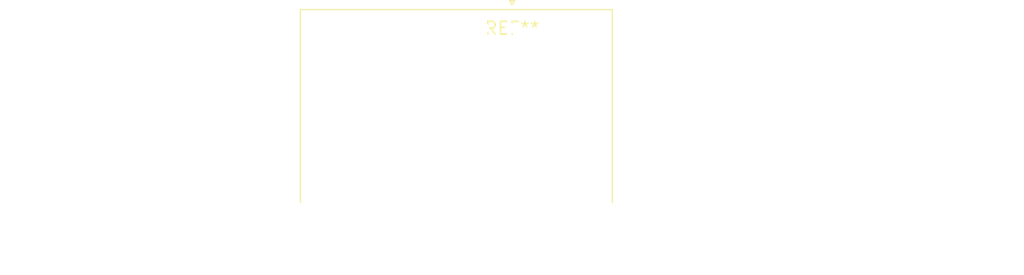
<source format=kicad_pcb>
(kicad_pcb (version 20240108) (generator pcbnew)
  (layers (0 "F.Cu" signal) (31 "B.Cu" signal) (34 "B.Paste" user) (35 "F.Paste" user) (36 "B.SilkS" user "B.Silkscreen") (37 "F.SilkS" user "F.Silkscreen") (38 "B.Mask" user) (39 "F.Mask" user) (44 "Edge.Cuts" user))
  (net 0 "")
  (footprint "DSUB-9_Female_Horizontal_P2.77x2.84mm_EdgePinOffset14.56mm_Housed_MountingHolesOffset15.98mm" (layer "F.Cu") (at 0 0)
    (property "Reference" "REF**")
    (property "Value" "DSUB-9_Female_Horizontal_P2.77x2.84mm_EdgePinOffset14.56mm_Housed_MountingHolesOffset15.98mm")
    (fp_line (start -21.025 -1.86) (end 9.945 -1.86) (layer "F.SilkS") (stroke (width 0.12)))
    (fp_line (start -21.025 17.34) (end -21.025 -1.86) (layer "F.SilkS") (stroke (width 0.12)))
    (fp_line (start -0.25 -2.754338) (end 0.25 -2.754338) (layer "F.SilkS") (stroke (width 0.12)))
    (fp_line (start 0 -2.321325) (end -0.25 -2.754338) (layer "F.SilkS") (stroke (width 0.12)))
    (fp_line (start 0.25 -2.754338) (end 0 -2.321325) (layer "F.SilkS") (stroke (width 0.12)))
    (fp_line (start 9.945 -1.86) (end 9.945 17.34) (layer "F.SilkS") (stroke (width 0.12)))
    (pad "0" thru_hole circle (at -18.04 1.42) (size 4 4) (drill 3.2) (layers *.Cu *.Mask) (remove_unused_layers))
    (pad "0" thru_hole circle (at 6.96 1.42) (size 4 4) (drill 3.2) (layers *.Cu *.Mask) (remove_unused_layers))
    (pad "1" thru_hole rect (at 0 0) (size 1.6 1.6) (drill 1) (layers *.Cu *.Mask) (remove_unused_layers))
    (pad "2" thru_hole circle (at -2.77 0) (size 1.6 1.6) (drill 1) (layers *.Cu *.Mask) (remove_unused_layers))
    (pad "3" thru_hole circle (at -5.54 0) (size 1.6 1.6) (drill 1) (layers *.Cu *.Mask) (remove_unused_layers))
    (pad "4" thru_hole circle (at -8.31 0) (size 1.6 1.6) (drill 1) (layers *.Cu *.Mask) (remove_unused_layers))
    (pad "5" thru_hole circle (at -11.08 0) (size 1.6 1.6) (drill 1) (layers *.Cu *.Mask) (remove_unused_layers))
    (pad "6" thru_hole circle (at -1.385 2.84) (size 1.6 1.6) (drill 1) (layers *.Cu *.Mask) (remove_unused_layers))
    (pad "7" thru_hole circle (at -4.155 2.84) (size 1.6 1.6) (drill 1) (layers *.Cu *.Mask) (remove_unused_layers))
    (pad "8" thru_hole circle (at -6.925 2.84) (size 1.6 1.6) (drill 1) (layers *.Cu *.Mask) (remove_unused_layers))
    (pad "9" thru_hole circle (at -9.695 2.84) (size 1.6 1.6) (drill 1) (layers *.Cu *.Mask) (remove_unused_layers))
  )
)
</source>
